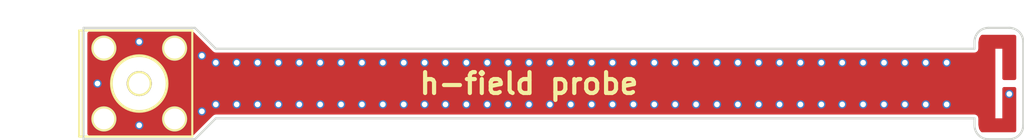
<source format=kicad_pcb>
(kicad_pcb (version 4) (host pcbnew 4.0.2-stable)

  (general
    (links 4)
    (no_connects 0)
    (area 110.924999 100.924999 178.575001 109.075001)
    (thickness 1.6)
    (drawings 19)
    (tracks 174)
    (zones 0)
    (modules 1)
    (nets 2)
  )

  (page A4)
  (layers
    (0 F.Cu signal)
    (1 In1.Cu signal hide)
    (2 In2.Cu signal)
    (31 B.Cu signal)
    (32 B.Adhes user)
    (33 F.Adhes user)
    (34 B.Paste user)
    (35 F.Paste user)
    (36 B.SilkS user)
    (37 F.SilkS user)
    (38 B.Mask user)
    (39 F.Mask user)
    (40 Dwgs.User user)
    (41 Cmts.User user)
    (42 Eco1.User user)
    (43 Eco2.User user)
    (44 Edge.Cuts user)
    (45 Margin user)
    (46 B.CrtYd user)
    (47 F.CrtYd user)
    (48 B.Fab user)
    (49 F.Fab user)
  )

  (setup
    (last_trace_width 0.25)
    (trace_clearance 0.2)
    (zone_clearance 0.2)
    (zone_45_only no)
    (trace_min 0.2)
    (segment_width 0.2)
    (edge_width 0.15)
    (via_size 0.6)
    (via_drill 0.4)
    (via_min_size 0.4)
    (via_min_drill 0.3)
    (uvia_size 0.3)
    (uvia_drill 0.1)
    (uvias_allowed no)
    (uvia_min_size 0.2)
    (uvia_min_drill 0.1)
    (pcb_text_width 0.3)
    (pcb_text_size 1.5 1.5)
    (mod_edge_width 0.15)
    (mod_text_size 0.001 0.001)
    (mod_text_width 0.00025)
    (pad_size 1.524 1.524)
    (pad_drill 0.762)
    (pad_to_mask_clearance 0.2)
    (aux_axis_origin 0 0)
    (visible_elements FFFFFF7F)
    (pcbplotparams
      (layerselection 0x010f0_80000007)
      (usegerberextensions true)
      (excludeedgelayer true)
      (linewidth 0.100000)
      (plotframeref false)
      (viasonmask false)
      (mode 1)
      (useauxorigin false)
      (hpglpennumber 1)
      (hpglpenspeed 20)
      (hpglpendiameter 15)
      (hpglpenoverlay 2)
      (psnegative false)
      (psa4output false)
      (plotreference true)
      (plotvalue true)
      (plotinvisibletext false)
      (padsonsilk false)
      (subtractmaskfromsilk false)
      (outputformat 1)
      (mirror false)
      (drillshape 0)
      (scaleselection 1)
      (outputdirectory gerbs/))
  )

  (net 0 "")
  (net 1 GND)

  (net_class Default "This is the default net class."
    (clearance 0.2)
    (trace_width 0.25)
    (via_dia 0.6)
    (via_drill 0.4)
    (uvia_dia 0.3)
    (uvia_drill 0.1)
    (add_net GND)
  )

  (module vna_footprints:732512200_SMA (layer F.Cu) (tedit 56AF1EC8) (tstamp 573AC994)
    (at 115 105)
    (path /573ABABD)
    (fp_text reference U101 (at -10 -4) (layer F.SilkS)
      (effects (font (size 0.001 0.001) (thickness 0.00025)))
    )
    (fp_text value CONN_SMA (at -6 -6) (layer F.Fab)
      (effects (font (size 0.001 0.001) (thickness 0.00025)))
    )
    (fp_line (start -4.064 3.81) (end -4.064 -3.81) (layer F.SilkS) (width 0.15))
    (fp_line (start -4.318 3.81) (end -3.81 3.81) (layer F.SilkS) (width 0.15))
    (fp_line (start -4.318 -3.81) (end -4.318 3.81) (layer F.SilkS) (width 0.15))
    (fp_line (start -4.318 -3.81) (end -3.81 -3.81) (layer F.SilkS) (width 0.15))
    (fp_line (start 3.81 3.81) (end -3.81 3.81) (layer F.SilkS) (width 0.15))
    (fp_line (start 3.81 -3.81) (end 3.81 3.81) (layer F.SilkS) (width 0.15))
    (fp_line (start -3.81 -3.81) (end 3.81 -3.81) (layer F.SilkS) (width 0.15))
    (pad 1 thru_hole circle (at 0 0) (size 1.8 1.8) (drill 1.5) (layers *.Cu *.Mask F.SilkS)
      (net 1 GND))
    (pad 2 thru_hole circle (at -2.54 2.54) (size 1.8 1.8) (drill 1.5) (layers *.Cu *.Mask F.SilkS)
      (net 1 GND))
    (pad 3 thru_hole circle (at -2.54 -2.54) (size 1.8 1.8) (drill 1.5) (layers *.Cu *.Mask F.SilkS)
      (net 1 GND))
    (pad 4 thru_hole circle (at 2.54 -2.54) (size 1.8 1.8) (drill 1.5) (layers *.Cu *.Mask F.SilkS)
      (net 1 GND))
    (pad 5 thru_hole circle (at 2.54 2.54) (size 1.8 1.8) (drill 1.5) (layers *.Cu *.Mask F.SilkS)
      (net 1 GND))
  )

  (gr_line (start 178.5 102) (end 178.5 108) (layer Edge.Cuts) (width 0.15))
  (gr_line (start 176 109) (end 177.5 109) (layer Edge.Cuts) (width 0.15))
  (gr_line (start 176 101) (end 177.5 101) (layer Edge.Cuts) (width 0.15))
  (gr_line (start 175 107.5) (end 175 108) (layer Edge.Cuts) (width 0.15))
  (gr_line (start 120.5 107.5) (end 175 107.5) (layer Edge.Cuts) (width 0.15))
  (gr_line (start 175 102) (end 175 102.5) (layer Edge.Cuts) (width 0.15))
  (gr_line (start 175 102.5) (end 120.5 102.5) (layer Edge.Cuts) (width 0.15))
  (gr_arc (start 176 102) (end 175 102) (angle 90) (layer Edge.Cuts) (width 0.15) (tstamp 573BF3A2))
  (gr_arc (start 176 108) (end 176 109) (angle 90) (layer Edge.Cuts) (width 0.15) (tstamp 573BF39E))
  (gr_arc (start 177.5 108) (end 178.5 108) (angle 90) (layer Edge.Cuts) (width 0.15))
  (gr_arc (start 177.5 102) (end 177.5 101) (angle 90) (layer Edge.Cuts) (width 0.15))
  (gr_text "h-field probe" (at 143 105) (layer F.SilkS)
    (effects (font (size 1.5 1.5) (thickness 0.3)))
  )
  (gr_line (start 119 101) (end 120.5 102.5) (layer Edge.Cuts) (width 0.15))
  (gr_line (start 118.75 101) (end 119 101) (layer Edge.Cuts) (width 0.15))
  (gr_line (start 111 101) (end 118.75 101) (layer Edge.Cuts) (width 0.15))
  (gr_line (start 119 109) (end 120.5 107.5) (layer Edge.Cuts) (width 0.15))
  (gr_line (start 111 109) (end 119 109) (layer Edge.Cuts) (width 0.15))
  (gr_line (start 111 109) (end 111 101) (layer Edge.Cuts) (width 0.15))
  (gr_circle (center 115 105) (end 113 105) (layer F.SilkS) (width 0.2))

  (segment (start 115 105) (end 176 105) (width 0.25) (layer In1.Cu) (net 1))
  (segment (start 176 105) (end 176 102) (width 0.25) (layer In1.Cu) (net 1))
  (segment (start 177.5 102) (end 177.5 105.75) (width 0.25) (layer In1.Cu) (net 1))
  (segment (start 176 102) (end 177.5 102) (width 0.25) (layer In1.Cu) (net 1))
  (via (at 177.5 105.75) (size 0.6) (drill 0.4) (layers F.Cu B.Cu) (net 1))
  (segment (start 173 103.5) (end 173 106.5) (width 0.25) (layer In2.Cu) (net 1))
  (segment (start 112 105.807208) (end 112 105) (width 0.25) (layer In2.Cu) (net 1))
  (via (at 112 105) (size 0.6) (drill 0.4) (layers F.Cu B.Cu) (net 1))
  (segment (start 112.46 107.54) (end 112.46 106.267208) (width 0.25) (layer In2.Cu) (net 1))
  (segment (start 112.46 106.267208) (end 112 105.807208) (width 0.25) (layer In2.Cu) (net 1))
  (segment (start 115.807208 108) (end 115 108) (width 0.25) (layer F.Cu) (net 1))
  (via (at 115 108) (size 0.6) (drill 0.4) (layers F.Cu B.Cu) (net 1))
  (segment (start 117.54 107.54) (end 116.267208 107.54) (width 0.25) (layer F.Cu) (net 1))
  (segment (start 116.267208 107.54) (end 115.807208 108) (width 0.25) (layer F.Cu) (net 1))
  (segment (start 117.54 102.46) (end 115.46 102.46) (width 0.25) (layer In2.Cu) (net 1))
  (segment (start 115.46 102.46) (end 115 102) (width 0.25) (layer In2.Cu) (net 1))
  (via (at 115 102) (size 0.6) (drill 0.4) (layers F.Cu B.Cu) (net 1))
  (segment (start 119.700001 103.200001) (end 119.5 103) (width 0.25) (layer F.Cu) (net 1))
  (via (at 119.5 103) (size 0.6) (drill 0.4) (layers F.Cu B.Cu) (net 1))
  (segment (start 120.5 103.5) (end 120.200001 103.200001) (width 0.25) (layer F.Cu) (net 1))
  (segment (start 120.200001 103.200001) (end 119.700001 103.200001) (width 0.25) (layer F.Cu) (net 1))
  (segment (start 120 106.5) (end 119.5 107) (width 0.25) (layer In2.Cu) (net 1))
  (via (at 119.5 107) (size 0.6) (drill 0.4) (layers F.Cu B.Cu) (net 1))
  (segment (start 120.5 106.5) (end 120 106.5) (width 0.25) (layer In2.Cu) (net 1))
  (via (at 120.5 106.5) (size 0.6) (drill 0.4) (layers F.Cu B.Cu) (net 1))
  (segment (start 122 106.5) (end 120.5 106.5) (width 0.25) (layer In2.Cu) (net 1))
  (via (at 122 106.5) (size 0.6) (drill 0.4) (layers F.Cu B.Cu) (net 1))
  (segment (start 123.5 106.5) (end 122 106.5) (width 0.25) (layer In2.Cu) (net 1))
  (via (at 123.5 106.5) (size 0.6) (drill 0.4) (layers F.Cu B.Cu) (net 1))
  (segment (start 125 106.5) (end 123.5 106.5) (width 0.25) (layer In2.Cu) (net 1))
  (via (at 125 106.5) (size 0.6) (drill 0.4) (layers F.Cu B.Cu) (net 1))
  (segment (start 126.5 106.5) (end 125 106.5) (width 0.25) (layer In2.Cu) (net 1))
  (via (at 126.5 106.5) (size 0.6) (drill 0.4) (layers F.Cu B.Cu) (net 1))
  (segment (start 128 106.5) (end 126.5 106.5) (width 0.25) (layer In2.Cu) (net 1))
  (via (at 128 106.5) (size 0.6) (drill 0.4) (layers F.Cu B.Cu) (net 1))
  (segment (start 129.5 106.5) (end 128 106.5) (width 0.25) (layer F.Cu) (net 1))
  (via (at 129.5 106.5) (size 0.6) (drill 0.4) (layers F.Cu B.Cu) (net 1))
  (segment (start 131 106.5) (end 129.5 106.5) (width 0.25) (layer F.Cu) (net 1))
  (via (at 131 106.5) (size 0.6) (drill 0.4) (layers F.Cu B.Cu) (net 1))
  (segment (start 132.5 106.5) (end 131 106.5) (width 0.25) (layer F.Cu) (net 1))
  (via (at 132.5 106.5) (size 0.6) (drill 0.4) (layers F.Cu B.Cu) (net 1))
  (segment (start 134 106.5) (end 132.5 106.5) (width 0.25) (layer F.Cu) (net 1))
  (via (at 134 106.5) (size 0.6) (drill 0.4) (layers F.Cu B.Cu) (net 1))
  (segment (start 135.5 106.5) (end 134 106.5) (width 0.25) (layer F.Cu) (net 1))
  (via (at 135.5 106.5) (size 0.6) (drill 0.4) (layers F.Cu B.Cu) (net 1))
  (segment (start 137 106.5) (end 135.5 106.5) (width 0.25) (layer F.Cu) (net 1))
  (via (at 137 106.5) (size 0.6) (drill 0.4) (layers F.Cu B.Cu) (net 1))
  (segment (start 138.5 106.5) (end 137 106.5) (width 0.25) (layer F.Cu) (net 1))
  (via (at 138.5 106.5) (size 0.6) (drill 0.4) (layers F.Cu B.Cu) (net 1))
  (segment (start 140 106.5) (end 138.5 106.5) (width 0.25) (layer F.Cu) (net 1))
  (via (at 140 106.5) (size 0.6) (drill 0.4) (layers F.Cu B.Cu) (net 1))
  (segment (start 141.5 106.5) (end 140 106.5) (width 0.25) (layer F.Cu) (net 1))
  (via (at 141.5 106.5) (size 0.6) (drill 0.4) (layers F.Cu B.Cu) (net 1))
  (segment (start 143 106.5) (end 141.5 106.5) (width 0.25) (layer F.Cu) (net 1))
  (via (at 143 106.5) (size 0.6) (drill 0.4) (layers F.Cu B.Cu) (net 1))
  (segment (start 144.5 106.5) (end 143 106.5) (width 0.25) (layer F.Cu) (net 1))
  (via (at 144.5 106.5) (size 0.6) (drill 0.4) (layers F.Cu B.Cu) (net 1))
  (segment (start 146 106.5) (end 144.5 106.5) (width 0.25) (layer F.Cu) (net 1))
  (via (at 146 106.5) (size 0.6) (drill 0.4) (layers F.Cu B.Cu) (net 1))
  (segment (start 147.5 106.5) (end 146 106.5) (width 0.25) (layer F.Cu) (net 1))
  (via (at 147.5 106.5) (size 0.6) (drill 0.4) (layers F.Cu B.Cu) (net 1))
  (segment (start 149 106.5) (end 147.5 106.5) (width 0.25) (layer F.Cu) (net 1))
  (via (at 149 106.5) (size 0.6) (drill 0.4) (layers F.Cu B.Cu) (net 1))
  (segment (start 150.5 106.5) (end 149 106.5) (width 0.25) (layer F.Cu) (net 1))
  (via (at 150.5 106.5) (size 0.6) (drill 0.4) (layers F.Cu B.Cu) (net 1))
  (segment (start 152 106.5) (end 150.5 106.5) (width 0.25) (layer F.Cu) (net 1))
  (segment (start 152 106.5) (end 151 106.5) (width 0.25) (layer In2.Cu) (net 1))
  (via (at 152 106.5) (size 0.6) (drill 0.4) (layers F.Cu B.Cu) (net 1))
  (segment (start 153.5 106.5) (end 152 106.5) (width 0.25) (layer In2.Cu) (net 1))
  (segment (start 155 106.5) (end 153.5 106.5) (width 0.25) (layer F.Cu) (net 1))
  (via (at 153.5 106.5) (size 0.6) (drill 0.4) (layers F.Cu B.Cu) (net 1))
  (via (at 155 106.5) (size 0.6) (drill 0.4) (layers F.Cu B.Cu) (net 1))
  (segment (start 156.5 106.5) (end 155 106.5) (width 0.25) (layer F.Cu) (net 1))
  (via (at 156.5 106.5) (size 0.6) (drill 0.4) (layers F.Cu B.Cu) (net 1))
  (segment (start 158 106.5) (end 156.5 106.5) (width 0.25) (layer F.Cu) (net 1))
  (via (at 158 106.5) (size 0.6) (drill 0.4) (layers F.Cu B.Cu) (net 1))
  (segment (start 159.5 106.5) (end 158 106.5) (width 0.25) (layer F.Cu) (net 1))
  (via (at 159.5 106.5) (size 0.6) (drill 0.4) (layers F.Cu B.Cu) (net 1))
  (segment (start 161 106.5) (end 159.5 106.5) (width 0.25) (layer F.Cu) (net 1))
  (via (at 161 106.5) (size 0.6) (drill 0.4) (layers F.Cu B.Cu) (net 1))
  (segment (start 162.5 106.5) (end 161 106.5) (width 0.25) (layer F.Cu) (net 1))
  (via (at 162.5 106.5) (size 0.6) (drill 0.4) (layers F.Cu B.Cu) (net 1))
  (segment (start 164 106.5) (end 162.5 106.5) (width 0.25) (layer F.Cu) (net 1))
  (via (at 164 106.5) (size 0.6) (drill 0.4) (layers F.Cu B.Cu) (net 1))
  (segment (start 165.5 106.5) (end 164 106.5) (width 0.25) (layer F.Cu) (net 1))
  (via (at 165.5 106.5) (size 0.6) (drill 0.4) (layers F.Cu B.Cu) (net 1))
  (segment (start 167 106.5) (end 165.5 106.5) (width 0.25) (layer F.Cu) (net 1))
  (via (at 167 106.5) (size 0.6) (drill 0.4) (layers F.Cu B.Cu) (net 1))
  (segment (start 168.5 106.5) (end 167 106.5) (width 0.25) (layer F.Cu) (net 1))
  (via (at 168.5 106.5) (size 0.6) (drill 0.4) (layers F.Cu B.Cu) (net 1))
  (segment (start 170 106.5) (end 168.5 106.5) (width 0.25) (layer F.Cu) (net 1))
  (segment (start 171.5 106.5) (end 170 106.5) (width 0.25) (layer In2.Cu) (net 1))
  (via (at 170 106.5) (size 0.6) (drill 0.4) (layers F.Cu B.Cu) (net 1))
  (segment (start 173 106.5) (end 171.5 106.5) (width 0.25) (layer F.Cu) (net 1))
  (via (at 171.5 106.5) (size 0.6) (drill 0.4) (layers F.Cu B.Cu) (net 1))
  (via (at 173 106.5) (size 0.6) (drill 0.4) (layers F.Cu B.Cu) (net 1))
  (segment (start 171.5 103.5) (end 173 103.5) (width 0.25) (layer In2.Cu) (net 1))
  (via (at 173 103.5) (size 0.6) (drill 0.4) (layers F.Cu B.Cu) (net 1))
  (segment (start 170 103.5) (end 171.5 103.5) (width 0.25) (layer F.Cu) (net 1))
  (via (at 171.5 103.5) (size 0.6) (drill 0.4) (layers F.Cu B.Cu) (net 1))
  (segment (start 168.5 103.5) (end 170 103.5) (width 0.25) (layer In2.Cu) (net 1))
  (via (at 170 103.5) (size 0.6) (drill 0.4) (layers F.Cu B.Cu) (net 1))
  (segment (start 167 103.5) (end 168.5 103.5) (width 0.25) (layer F.Cu) (net 1))
  (via (at 168.5 103.5) (size 0.6) (drill 0.4) (layers F.Cu B.Cu) (net 1))
  (segment (start 165.5 103.5) (end 167 103.5) (width 0.25) (layer In2.Cu) (net 1))
  (via (at 167 103.5) (size 0.6) (drill 0.4) (layers F.Cu B.Cu) (net 1))
  (segment (start 164 103.5) (end 165.5 103.5) (width 0.25) (layer F.Cu) (net 1))
  (via (at 165.5 103.5) (size 0.6) (drill 0.4) (layers F.Cu B.Cu) (net 1))
  (via (at 164 103.5) (size 0.6) (drill 0.4) (layers F.Cu B.Cu) (net 1))
  (segment (start 162.5 103.5) (end 164 103.5) (width 0.25) (layer F.Cu) (net 1))
  (segment (start 161 103.5) (end 162.5 103.5) (width 0.25) (layer In2.Cu) (net 1))
  (segment (start 162.5 103.5) (end 163 103.5) (width 0.25) (layer In2.Cu) (net 1))
  (segment (start 161 103.5) (end 162.5 103.5) (width 0.25) (layer F.Cu) (net 1))
  (via (at 162.5 103.5) (size 0.6) (drill 0.4) (layers F.Cu B.Cu) (net 1))
  (via (at 161 103.5) (size 0.6) (drill 0.4) (layers F.Cu B.Cu) (net 1))
  (segment (start 159.5 103.5) (end 161 103.5) (width 0.25) (layer In2.Cu) (net 1))
  (segment (start 158 103.5) (end 159.5 103.5) (width 0.25) (layer F.Cu) (net 1))
  (via (at 159.5 103.5) (size 0.6) (drill 0.4) (layers F.Cu B.Cu) (net 1))
  (via (at 158 103.5) (size 0.6) (drill 0.4) (layers F.Cu B.Cu) (net 1))
  (segment (start 156.5 103.5) (end 158 103.5) (width 0.25) (layer F.Cu) (net 1))
  (segment (start 155 103.5) (end 156.5 103.5) (width 0.25) (layer In2.Cu) (net 1))
  (via (at 156.5 103.5) (size 0.6) (drill 0.4) (layers F.Cu B.Cu) (net 1))
  (segment (start 153.5 103.5) (end 155 103.5) (width 0.25) (layer F.Cu) (net 1))
  (via (at 155 103.5) (size 0.6) (drill 0.4) (layers F.Cu B.Cu) (net 1))
  (via (at 153.5 103.5) (size 0.6) (drill 0.4) (layers F.Cu B.Cu) (net 1))
  (segment (start 152 103.5) (end 153.5 103.5) (width 0.25) (layer F.Cu) (net 1))
  (via (at 152 103.5) (size 0.6) (drill 0.4) (layers F.Cu B.Cu) (net 1))
  (segment (start 150.5 103.5) (end 152 103.5) (width 0.25) (layer F.Cu) (net 1))
  (segment (start 149 103.5) (end 150.5 103.5) (width 0.25) (layer In2.Cu) (net 1))
  (via (at 150.5 103.5) (size 0.6) (drill 0.4) (layers F.Cu B.Cu) (net 1))
  (via (at 149 103.5) (size 0.6) (drill 0.4) (layers F.Cu B.Cu) (net 1))
  (segment (start 147.5 103.5) (end 149 103.5) (width 0.25) (layer In2.Cu) (net 1))
  (via (at 147.5 103.5) (size 0.6) (drill 0.4) (layers F.Cu B.Cu) (net 1))
  (segment (start 146 103.5) (end 147.5 103.5) (width 0.25) (layer In2.Cu) (net 1))
  (via (at 146 103.5) (size 0.6) (drill 0.4) (layers F.Cu B.Cu) (net 1))
  (segment (start 144.5 103.5) (end 146 103.5) (width 0.25) (layer In2.Cu) (net 1))
  (via (at 144.5 103.5) (size 0.6) (drill 0.4) (layers F.Cu B.Cu) (net 1))
  (segment (start 143 103.5) (end 144.5 103.5) (width 0.25) (layer In2.Cu) (net 1))
  (segment (start 141.5 103.5) (end 143 103.5) (width 0.25) (layer F.Cu) (net 1))
  (via (at 143 103.5) (size 0.6) (drill 0.4) (layers F.Cu B.Cu) (net 1))
  (via (at 141.5 103.5) (size 0.6) (drill 0.4) (layers F.Cu B.Cu) (net 1))
  (segment (start 140 103.5) (end 141.5 103.5) (width 0.25) (layer F.Cu) (net 1))
  (segment (start 138.5 103.5) (end 140 103.5) (width 0.25) (layer In2.Cu) (net 1))
  (via (at 140 103.5) (size 0.6) (drill 0.4) (layers F.Cu B.Cu) (net 1))
  (via (at 138.5 103.5) (size 0.6) (drill 0.4) (layers F.Cu B.Cu) (net 1))
  (segment (start 137 103.5) (end 138.5 103.5) (width 0.25) (layer In2.Cu) (net 1))
  (via (at 137 103.5) (size 0.6) (drill 0.4) (layers F.Cu B.Cu) (net 1))
  (segment (start 135.5 103.5) (end 137 103.5) (width 0.25) (layer In2.Cu) (net 1))
  (segment (start 134 103.5) (end 135.5 103.5) (width 0.25) (layer F.Cu) (net 1))
  (via (at 135.5 103.5) (size 0.6) (drill 0.4) (layers F.Cu B.Cu) (net 1))
  (via (at 134 103.5) (size 0.6) (drill 0.4) (layers F.Cu B.Cu) (net 1))
  (segment (start 132.5 103.5) (end 134 103.5) (width 0.25) (layer F.Cu) (net 1))
  (segment (start 131 103.5) (end 132.5 103.5) (width 0.25) (layer In2.Cu) (net 1))
  (via (at 132.5 103.5) (size 0.6) (drill 0.4) (layers F.Cu B.Cu) (net 1))
  (via (at 131 103.5) (size 0.6) (drill 0.4) (layers F.Cu B.Cu) (net 1))
  (segment (start 129.5 103.5) (end 131 103.5) (width 0.25) (layer In2.Cu) (net 1))
  (segment (start 128 103.5) (end 129.5 103.5) (width 0.25) (layer F.Cu) (net 1))
  (via (at 129.5 103.5) (size 0.6) (drill 0.4) (layers F.Cu B.Cu) (net 1))
  (segment (start 126.5 103.5) (end 128 103.5) (width 0.25) (layer In2.Cu) (net 1))
  (via (at 128 103.5) (size 0.6) (drill 0.4) (layers F.Cu B.Cu) (net 1))
  (segment (start 125 103.5) (end 126.5 103.5) (width 0.25) (layer F.Cu) (net 1))
  (via (at 126.5 103.5) (size 0.6) (drill 0.4) (layers F.Cu B.Cu) (net 1))
  (via (at 125 103.5) (size 0.6) (drill 0.4) (layers F.Cu B.Cu) (net 1))
  (segment (start 123.5 103.5) (end 125 103.5) (width 0.25) (layer F.Cu) (net 1))
  (via (at 123.5 103.5) (size 0.6) (drill 0.4) (layers F.Cu B.Cu) (net 1))
  (segment (start 122 103.5) (end 123.5 103.5) (width 0.25) (layer F.Cu) (net 1))
  (via (at 122 103.5) (size 0.6) (drill 0.4) (layers F.Cu B.Cu) (net 1))
  (segment (start 120.5 103.5) (end 122 103.5) (width 0.25) (layer F.Cu) (net 1))
  (segment (start 120.359999 103.359999) (end 120.5 103.5) (width 0.25) (layer F.Cu) (net 1))
  (via (at 120.5 103.5) (size 0.6) (drill 0.4) (layers F.Cu B.Cu) (net 1))
  (segment (start 117.54 102.46) (end 118.439999 103.359999) (width 0.25) (layer F.Cu) (net 1))
  (segment (start 118.439999 103.359999) (end 120.359999 103.359999) (width 0.25) (layer F.Cu) (net 1))
  (segment (start 117.54 102.46) (end 119.71 102.46) (width 0.25) (layer F.Cu) (net 1))
  (segment (start 119.71 102.46) (end 120.5 103.25) (width 0.25) (layer F.Cu) (net 1))

  (zone (net 1) (net_name GND) (layer F.Cu) (tstamp 0) (hatch edge 0.508)
    (connect_pads yes (clearance 0.2))
    (min_thickness 0.254)
    (fill yes (arc_segments 16) (thermal_gap 0.508) (thermal_bridge_width 0.508))
    (polygon
      (pts
        (xy 111 101) (xy 111 109) (xy 119 109) (xy 120.5 107.5) (xy 175 107.5)
        (xy 175 108.5) (xy 178 108.5) (xy 178 101.5) (xy 175 101.5) (xy 174.98677 102.5)
        (xy 120.5 102.5) (xy 119 101)
      )
    )
    (filled_polygon
      (pts
        (xy 120.215743 102.784257) (xy 120.346161 102.8714) (xy 120.5 102.902) (xy 175 102.902) (xy 175.153839 102.8714)
        (xy 175.284257 102.784257) (xy 175.3714 102.653839) (xy 175.402 102.5) (xy 175.402 102.039595) (xy 175.454796 101.774169)
        (xy 175.553131 101.627) (xy 177.873 101.627) (xy 177.873 104.623) (xy 177.127 104.623) (xy 177.127 102.5)
        (xy 177.118315 102.453841) (xy 177.091035 102.411447) (xy 177.04941 102.383006) (xy 177 102.373) (xy 176.5 102.373)
        (xy 176.453841 102.381685) (xy 176.411447 102.408965) (xy 176.383006 102.45059) (xy 176.373 102.5) (xy 176.373 107.5)
        (xy 176.381685 107.546159) (xy 176.408965 107.588553) (xy 176.45059 107.616994) (xy 176.5 107.627) (xy 177 107.627)
        (xy 177.046159 107.618315) (xy 177.088553 107.591035) (xy 177.116994 107.54941) (xy 177.127 107.5) (xy 177.127 105.377)
        (xy 177.873 105.377) (xy 177.873 108.373) (xy 175.553131 108.373) (xy 175.454796 108.225831) (xy 175.402 107.960405)
        (xy 175.402 107.5) (xy 175.3714 107.346161) (xy 175.284257 107.215743) (xy 175.153839 107.1286) (xy 175 107.098)
        (xy 120.5 107.098) (xy 120.346161 107.1286) (xy 120.215743 107.215743) (xy 118.833486 108.598) (xy 111.402 108.598)
        (xy 111.402 104.7) (xy 112.873 104.7) (xy 112.873 105.2) (xy 112.876792 105.230802) (xy 112.976792 105.630802)
        (xy 112.979517 105.640161) (xy 113.079517 105.940161) (xy 113.09433 105.970447) (xy 113.29433 106.270447) (xy 113.310197 106.289803)
        (xy 113.710197 106.689803) (xy 113.729553 106.70567) (xy 114.029553 106.90567) (xy 114.059839 106.920483) (xy 114.359839 107.020483)
        (xy 114.369198 107.023208) (xy 114.769198 107.123208) (xy 114.8 107.127) (xy 115.2 107.127) (xy 115.230802 107.123208)
        (xy 115.630802 107.023208) (xy 115.640161 107.020483) (xy 115.940161 106.920483) (xy 115.970447 106.90567) (xy 116.270447 106.70567)
        (xy 116.289803 106.689803) (xy 116.589803 106.389803) (xy 116.60567 106.370447) (xy 116.80567 106.070447) (xy 116.813592 106.056796)
        (xy 117.013592 105.656796) (xy 117.023208 105.630802) (xy 117.123208 105.230802) (xy 117.127 105.2) (xy 117.127 104.8)
        (xy 117.123208 104.769198) (xy 117.023208 104.369198) (xy 117.017917 104.352833) (xy 116.817917 103.852833) (xy 116.789803 103.810197)
        (xy 116.289803 103.310197) (xy 116.26301 103.289733) (xy 115.56301 102.889733) (xy 115.5 102.873) (xy 114.8 102.873)
        (xy 114.775093 102.875466) (xy 114.275093 102.975466) (xy 114.226183 102.996656) (xy 113.526183 103.496656) (xy 113.50083 103.520664)
        (xy 113.10083 104.020664) (xy 113.079517 104.059839) (xy 112.879517 104.659839) (xy 112.873 104.7) (xy 111.402 104.7)
        (xy 111.402 101.402) (xy 118.833486 101.402)
      )
    )
  )
  (zone (net 1) (net_name GND) (layer In2.Cu) (tstamp 0) (hatch edge 0.508)
    (connect_pads yes (clearance 0.2))
    (min_thickness 0.254)
    (fill yes (arc_segments 16) (thermal_gap 0.508) (thermal_bridge_width 0.508))
    (polygon
      (pts
        (xy 111 101) (xy 111 109) (xy 119 109) (xy 120.5 107.5) (xy 175.5 107.5)
        (xy 175.5 108.5) (xy 178 108.5) (xy 178 102.5) (xy 178 101.5) (xy 175.5 101.5)
        (xy 175.5 102.5) (xy 120.5 102.5) (xy 119 101)
      )
    )
    (filled_polygon
      (pts
        (xy 120.215743 102.784257) (xy 120.346161 102.8714) (xy 120.5 102.902) (xy 175 102.902) (xy 175.153839 102.8714)
        (xy 175.284257 102.784257) (xy 175.3714 102.653839) (xy 175.376739 102.627) (xy 175.5 102.627) (xy 175.54941 102.616994)
        (xy 175.591035 102.588553) (xy 175.618315 102.546159) (xy 175.627 102.5) (xy 175.627 101.627) (xy 177.873 101.627)
        (xy 177.873 104.623) (xy 177.127 104.623) (xy 177.127 102.5) (xy 177.118315 102.453841) (xy 177.091035 102.411447)
        (xy 177.04941 102.383006) (xy 177 102.373) (xy 176.5 102.373) (xy 176.453841 102.381685) (xy 176.411447 102.408965)
        (xy 176.383006 102.45059) (xy 176.373 102.5) (xy 176.373 107.5) (xy 176.381685 107.546159) (xy 176.408965 107.588553)
        (xy 176.45059 107.616994) (xy 176.5 107.627) (xy 177 107.627) (xy 177.046159 107.618315) (xy 177.088553 107.591035)
        (xy 177.116994 107.54941) (xy 177.127 107.5) (xy 177.127 105.377) (xy 177.873 105.377) (xy 177.873 108.373)
        (xy 175.627 108.373) (xy 175.627 107.5) (xy 175.616994 107.45059) (xy 175.588553 107.408965) (xy 175.546159 107.381685)
        (xy 175.5 107.373) (xy 175.376739 107.373) (xy 175.3714 107.346161) (xy 175.284257 107.215743) (xy 175.153839 107.1286)
        (xy 175 107.098) (xy 120.5 107.098) (xy 120.346161 107.1286) (xy 120.215743 107.215743) (xy 118.833486 108.598)
        (xy 111.402 108.598) (xy 111.402 104.7) (xy 112.873 104.7) (xy 112.873 105.2) (xy 112.877886 105.23489)
        (xy 113.077886 105.93489) (xy 113.09433 105.970447) (xy 113.29433 106.270447) (xy 113.310197 106.289803) (xy 113.710197 106.689803)
        (xy 113.729553 106.70567) (xy 114.029553 106.90567) (xy 114.06511 106.922114) (xy 114.76511 107.122114) (xy 114.8 107.127)
        (xy 115.2 107.127) (xy 115.230802 107.123208) (xy 115.630802 107.023208) (xy 115.640161 107.020483) (xy 115.940161 106.920483)
        (xy 115.970447 106.90567) (xy 116.270447 106.70567) (xy 116.289803 106.689803) (xy 116.589803 106.389803) (xy 116.60567 106.370447)
        (xy 116.80567 106.070447) (xy 116.813592 106.056796) (xy 117.013592 105.656796) (xy 117.023208 105.630802) (xy 117.123208 105.230802)
        (xy 117.127 105.2) (xy 117.127 104.8) (xy 117.123208 104.769198) (xy 117.023208 104.369198) (xy 117.017917 104.352833)
        (xy 116.817917 103.852833) (xy 116.789803 103.810197) (xy 116.289803 103.310197) (xy 116.26301 103.289733) (xy 115.56301 102.889733)
        (xy 115.5 102.873) (xy 114.8 102.873) (xy 114.775093 102.875466) (xy 114.275093 102.975466) (xy 114.226183 102.996656)
        (xy 113.526183 103.496656) (xy 113.50083 103.520664) (xy 113.10083 104.020664) (xy 113.079517 104.059839) (xy 112.879517 104.659839)
        (xy 112.873 104.7) (xy 111.402 104.7) (xy 111.402 101.402) (xy 118.833486 101.402)
      )
    )
  )
  (zone (net 0) (net_name "") (layer F.Cu) (tstamp 0) (hatch edge 0.508)
    (connect_pads yes (clearance 0.2))
    (min_thickness 0.254)
    (keepout (tracks not_allowed) (vias not_allowed) (copperpour not_allowed))
    (fill (arc_segments 16) (thermal_gap 0.508) (thermal_bridge_width 0.508))
    (polygon
      (pts
        (xy 113 105) (xy 113 104.7) (xy 113.1 104.4) (xy 113.2 104.1) (xy 113.6 103.6)
        (xy 114.3 103.1) (xy 114.8 103) (xy 115.5 103) (xy 116.2 103.4) (xy 116.7 103.9)
        (xy 116.9 104.4) (xy 117 104.8) (xy 117 105.2) (xy 116.9 105.6) (xy 116.7 106)
        (xy 116.5 106.3) (xy 116.2 106.6) (xy 115.9 106.8) (xy 115.6 106.9) (xy 115.2 107)
        (xy 114.8 107) (xy 114.4 106.9) (xy 114.1 106.8) (xy 113.8 106.6) (xy 113.6 106.4)
        (xy 113.4 106.2) (xy 113.2 105.9) (xy 113.1 105.6) (xy 113 105.2)
      )
    )
  )
  (zone (net 0) (net_name "") (layer In2.Cu) (tstamp 0) (hatch edge 0.508)
    (connect_pads yes (clearance 0.2))
    (min_thickness 0.254)
    (keepout (tracks not_allowed) (vias not_allowed) (copperpour not_allowed))
    (fill (arc_segments 16) (thermal_gap 0.508) (thermal_bridge_width 0.508))
    (polygon
      (pts
        (xy 113 105) (xy 113 104.7) (xy 113.2 104.1) (xy 113.6 103.6) (xy 114.3 103.1)
        (xy 114.8 103) (xy 115.5 103) (xy 116.2 103.4) (xy 116.7 103.9) (xy 116.9 104.4)
        (xy 117 104.8) (xy 117 105.2) (xy 116.9 105.6) (xy 116.7 106) (xy 116.5 106.3)
        (xy 116.2 106.6) (xy 115.9 106.8) (xy 115.6 106.9) (xy 115.2 107) (xy 114.8 107)
        (xy 114.1 106.8) (xy 113.8 106.6) (xy 113.4 106.2) (xy 113.2 105.9) (xy 113 105.2)
      )
    )
  )
  (zone (net 0) (net_name "") (layer In2.Cu) (tstamp 0) (hatch edge 0.508)
    (connect_pads (clearance 0.2))
    (min_thickness 0.254)
    (keepout (tracks not_allowed) (vias not_allowed) (copperpour not_allowed))
    (fill (arc_segments 16) (thermal_gap 0.508) (thermal_bridge_width 0.508))
    (polygon
      (pts
        (xy 176.5 102.5) (xy 176.5 107.5) (xy 177 107.5) (xy 177 102.5)
      )
    )
  )
  (zone (net 0) (net_name "") (layer F.Cu) (tstamp 0) (hatch edge 0.508)
    (connect_pads (clearance 0.2))
    (min_thickness 0.254)
    (keepout (tracks not_allowed) (vias not_allowed) (copperpour not_allowed))
    (fill (arc_segments 16) (thermal_gap 0.508) (thermal_bridge_width 0.508))
    (polygon
      (pts
        (xy 176.5 102.5) (xy 177 102.5) (xy 177 107.5) (xy 176.5 107.5)
      )
    )
  )
  (zone (net 0) (net_name "") (layer F.Cu) (tstamp 0) (hatch edge 0.508)
    (connect_pads (clearance 0.2))
    (min_thickness 0.254)
    (keepout (tracks not_allowed) (vias not_allowed) (copperpour not_allowed))
    (fill (arc_segments 16) (thermal_gap 0.508) (thermal_bridge_width 0.508))
    (polygon
      (pts
        (xy 177 104.75) (xy 177 105.25) (xy 178 105.25) (xy 178 104.75)
      )
    )
  )
  (zone (net 0) (net_name "") (layer In2.Cu) (tstamp 0) (hatch edge 0.508)
    (connect_pads (clearance 0.2))
    (min_thickness 0.254)
    (keepout (tracks not_allowed) (vias not_allowed) (copperpour not_allowed))
    (fill (arc_segments 16) (thermal_gap 0.508) (thermal_bridge_width 0.508))
    (polygon
      (pts
        (xy 178 104.75) (xy 178 105.25) (xy 177 105.25) (xy 177 104.75)
      )
    )
  )
)

</source>
